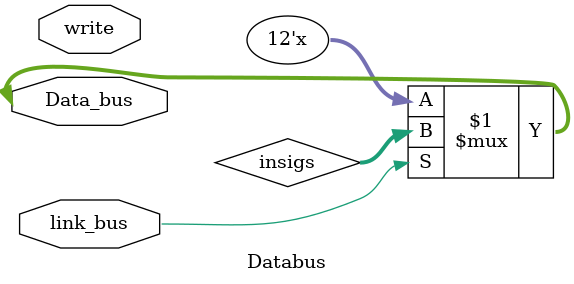
<source format=v>
module Databus (
	input write,//“写”信号
	input link_bus,//向总线输出信号的数据控制电平
	inout [11:0]Data_bus//12位宽的总线双向端口，总线=数据传输的高速通道
);
/*************************
 *** 模块一：数据输出到总线 **
 *************************/
	reg [11:0] insigs;//模块内的数据寄存器
	reg [13:0] outsigs;
	assign Data_bus = (link_bus)? insigs:12'hzzz;
/*******************************
 *** 模块二：接受总线上的数据并乘3 **
 *******************************/
	always @(posedge write ) begin
		outsigs<=Data_bus*3;
	end
endmodule
</source>
